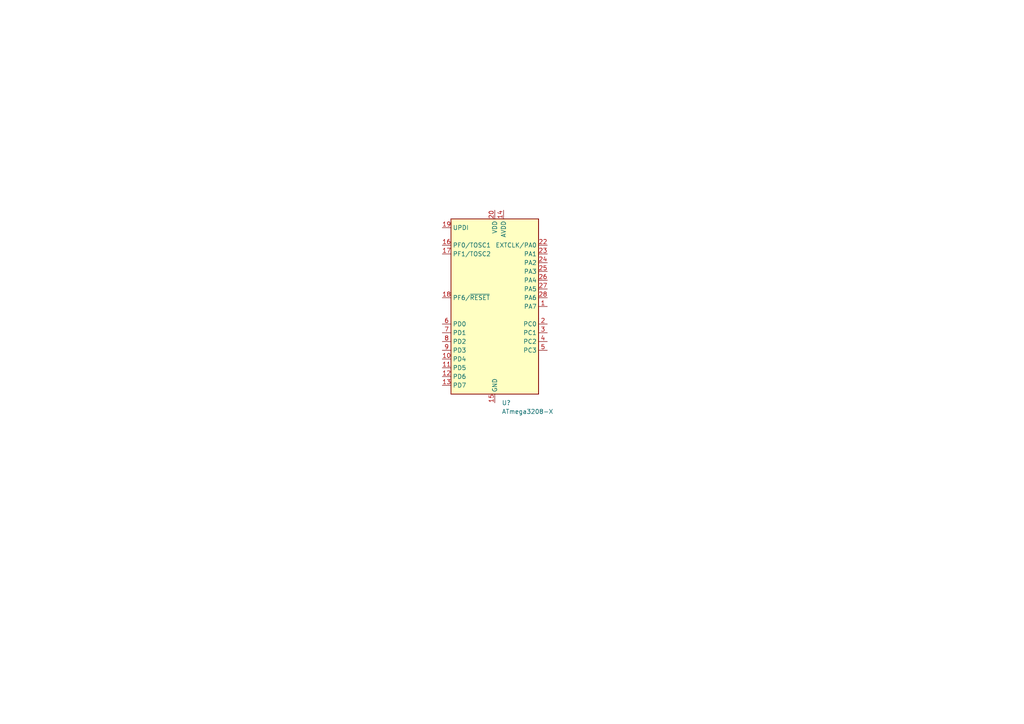
<source format=kicad_sch>
(kicad_sch (version 20211123) (generator eeschema)
  (paper "A4")
  (lib_symbols
    (symbol "MCU_Microchip_ATmega:ATmega3208-X"
      (property "Reference" "U" (at -12.7 26.67 0))
      (property "Value" "ATmega3208-X" (at 2.54 -26.67 0))
      (symbol "ATmega3208-X_0_1"
        (rectangle (start -12.7 -25.4) (end 12.7 25.4) (stroke (width 0.254)) (fill (type background)))
      )
      (symbol "ATmega3208-X_1_1"
        (pin bidirectional line (at 15.24 0 180) (length 2.54) (name "PA7") (number "1"))
        (pin bidirectional line (at -15.24 -15.24 0) (length 2.54) (name "PD4") (number "10"))
        (pin bidirectional line (at -15.24 -17.78 0) (length 2.54) (name "PD5") (number "11"))
        (pin bidirectional line (at -15.24 -20.32 0) (length 2.54) (name "PD6") (number "12"))
        (pin bidirectional line (at -15.24 -22.86 0) (length 2.54) (name "PD7") (number "13"))
        (pin power_in line (at 2.54 27.94 270) (length 2.54) (name "AVDD") (number "14"))
        (pin power_in line (at 0 -27.94 90) (length 2.54) (name "GND") (number "15"))
        (pin bidirectional line (at -15.24 17.78 0) (length 2.54) (name "PF0/TOSC1") (number "16"))
        (pin bidirectional line (at -15.24 15.24 0) (length 2.54) (name "PF1/TOSC2") (number "17"))
        (pin bidirectional line (at -15.24 2.54 0) (length 2.54) (name "PF6/~{RESET}") (number "18"))
        (pin bidirectional line (at -15.24 22.86 0) (length 2.54) (name "UPDI") (number "19"))
        (pin bidirectional line (at 15.24 -5.08 180) (length 2.54) (name "PC0") (number "2"))
        (pin power_in line (at 0 27.94 270) (length 2.54) (name "VDD") (number "20"))
        (pin passive line (at 0 -27.94 90) (length 2.54) hide (name "GND") (number "21"))
        (pin bidirectional line (at 15.24 17.78 180) (length 2.54) (name "EXTCLK/PA0") (number "22"))
        (pin bidirectional line (at 15.24 15.24 180) (length 2.54) (name "PA1") (number "23"))
        (pin bidirectional line (at 15.24 12.7 180) (length 2.54) (name "PA2") (number "24"))
        (pin bidirectional line (at 15.24 10.16 180) (length 2.54) (name "PA3") (number "25"))
        (pin bidirectional line (at 15.24 7.62 180) (length 2.54) (name "PA4") (number "26"))
        (pin bidirectional line (at 15.24 5.08 180) (length 2.54) (name "PA5") (number "27"))
        (pin bidirectional line (at 15.24 2.54 180) (length 2.54) (name "PA6") (number "28"))
        (pin bidirectional line (at 15.24 -7.62 180) (length 2.54) (name "PC1") (number "3"))
        (pin bidirectional line (at 15.24 -10.16 180) (length 2.54) (name "PC2") (number "4"))
        (pin bidirectional line (at 15.24 -12.7 180) (length 2.54) (name "PC3") (number "5"))
        (pin bidirectional line (at -15.24 -5.08 0) (length 2.54) (name "PD0") (number "6"))
        (pin bidirectional line (at -15.24 -7.62 0) (length 2.54) (name "PD1") (number "7"))
        (pin bidirectional line (at -15.24 -10.16 0) (length 2.54) (name "PD2") (number "8"))
        (pin bidirectional line (at -15.24 -12.7 0) (length 2.54) (name "PD3") (number "9"))
      )
    )
  )
  (symbol (lib_id "MCU_Microchip_ATmega:ATmega3208-X") (at 143.51 88.9 0) (unit 1)
    (property "Reference" "U?" (at 145.5294 116.84 0) (effects (justify left)))
    (property "Value" "ATmega3208-X" (at 145.5294 119.38 0) (effects (justify left)))
    (property "Footprint" "Package_SO:SSOP-28_5.3x10.2mm_P0.65mm" (effects hide))
    (property "Datasheet" "http://ww1.microchip.com/downloads/en/DeviceDoc/40002018A.pdf" (effects hide))
  )
)
</source>
